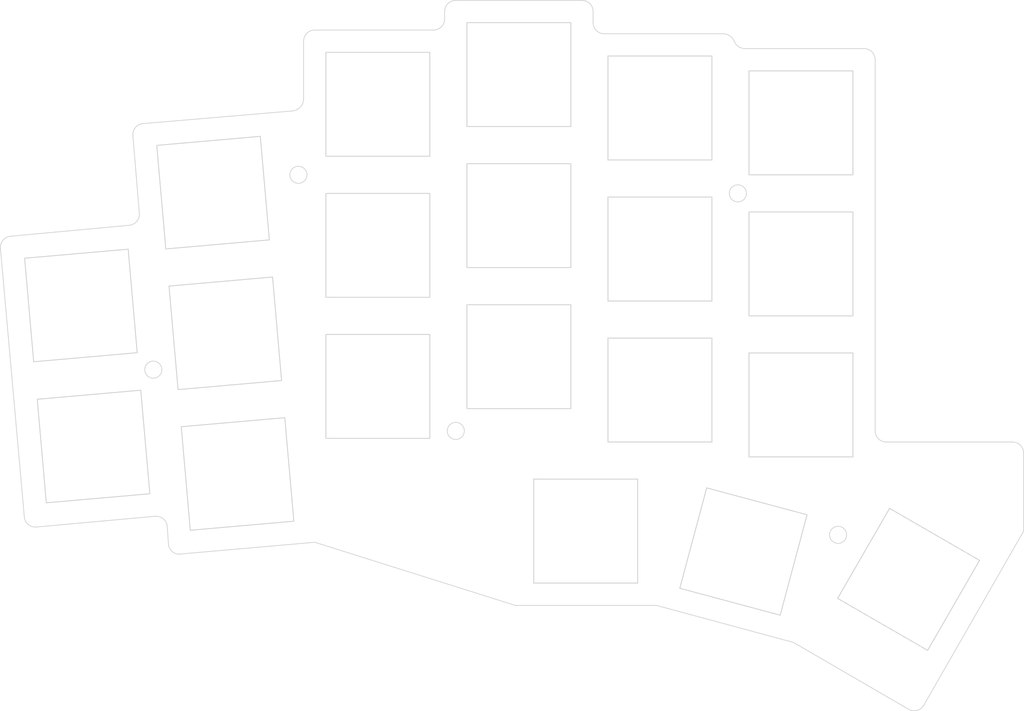
<source format=kicad_pcb>
(kicad_pcb (version 20211014) (generator pcbnew)
  (layers (0 "F.Cu" signal) (31 "B.Cu" signal) (34 "B.Paste" user) (35 "F.Paste" user) (36 "B.SilkS" user "B.Silkscreen") (37 "F.SilkS" user "F.Silkscreen") (38 "B.Mask" user) (39 "F.Mask" user) (44 "Edge.Cuts" user))
  (net 0 "")
  (footprint "kbd:SW_Hole" (layer "F.Cu") (at 168.5 61)
    (fp_text reference "SW5" hide)
    (fp_text value "SW_PUSH" hide)
    (fp_line (start 7 -7) (end -7 -7) (layer "Edge.Cuts") (width 0.12))
    (fp_line (start -7 7) (end 7 7) (layer "Edge.Cuts") (width 0.12))
    (fp_line (start 7 7) (end 7 -7) (layer "Edge.Cuts") (width 0.12))
    (fp_line (start -7 -7) (end -7 7) (layer "Edge.Cuts") (width 0.12))
  )
  (footprint "pica:thread_m2_hole" (layer "F.Cu") (at 160 70.5)
    (fp_text reference "H5" hide)
    (fp_text value "MountingHole" hide)
    (fp_circle (center 0 0) (end 1.15 0) (layer "Edge.Cuts") (width 0.1) (fill none))
  )
  (footprint "pica:thread_m2_hole" (layer "F.Cu") (at 100.8 68)
    (fp_text reference "H1" hide)
    (fp_text value "MountingHole" hide)
    (fp_circle (center 0 0) (end 1.15 0) (layer "Edge.Cuts") (width 0.1) (fill none))
  )
  (footprint "kbd:SW_Hole" (layer "F.Cu") (at 160.75 118.75 -15)
    (fp_text reference "SW19" hide)
    (fp_text value "SW_PUSH" hide)
    (fp_line (start -7 7) (end 7 7) (layer "Edge.Cuts") (width 0.12))
    (fp_line (start 7 -7) (end -7 -7) (layer "Edge.Cuts") (width 0.12))
    (fp_line (start 7 7) (end 7 -7) (layer "Edge.Cuts") (width 0.12))
    (fp_line (start -7 -7) (end -7 7) (layer "Edge.Cuts") (width 0.12))
  )
  (footprint "kbd:SW_Hole" (layer "F.Cu") (at 92.6 108.3 5)
    (fp_text reference "SW11" hide)
    (fp_text value "SW_PUSH" hide)
    (fp_line (start -7 -7) (end -7 7) (layer "Edge.Cuts") (width 0.12))
    (fp_line (start -7 7) (end 7 7) (layer "Edge.Cuts") (width 0.12))
    (fp_line (start 7 -7) (end -7 -7) (layer "Edge.Cuts") (width 0.12))
    (fp_line (start 7 7) (end 7 -7) (layer "Edge.Cuts") (width 0.12))
  )
  (footprint "kbd:SW_Hole" (layer "F.Cu") (at 89.3 70.4 5)
    (fp_text reference "SW1" hide)
    (fp_text value "SW_PUSH" hide)
    (fp_line (start -7 7) (end 7 7) (layer "Edge.Cuts") (width 0.12))
    (fp_line (start 7 7) (end 7 -7) (layer "Edge.Cuts") (width 0.12))
    (fp_line (start 7 -7) (end -7 -7) (layer "Edge.Cuts") (width 0.12))
    (fp_line (start -7 -7) (end -7 7) (layer "Edge.Cuts") (width 0.12))
  )
  (footprint "kbd:SW_Hole" (layer "F.Cu") (at 149.5 59)
    (fp_text reference "SW4" hide)
    (fp_text value "SW_PUSH" hide)
    (fp_line (start -7 -7) (end -7 7) (layer "Edge.Cuts") (width 0.12))
    (fp_line (start 7 -7) (end -7 -7) (layer "Edge.Cuts") (width 0.12))
    (fp_line (start -7 7) (end 7 7) (layer "Edge.Cuts") (width 0.12))
    (fp_line (start 7 7) (end 7 -7) (layer "Edge.Cuts") (width 0.12))
  )
  (footprint "pica:thread_m2_hole" (layer "F.Cu") (at 122 102.5)
    (fp_text reference "H4" hide)
    (fp_text value "MountingHole" hide)
    (fp_circle (center 0 0) (end 1.15 0) (layer "Edge.Cuts") (width 0.1) (fill none))
  )
  (footprint "kbd:SW_Hole" (layer "F.Cu") (at 130.5 54.5)
    (fp_text reference "SW3" hide)
    (fp_text value "SW_PUSH" hide)
    (fp_line (start 7 7) (end 7 -7) (layer "Edge.Cuts") (width 0.12))
    (fp_line (start -7 7) (end 7 7) (layer "Edge.Cuts") (width 0.12))
    (fp_line (start -7 -7) (end -7 7) (layer "Edge.Cuts") (width 0.12))
    (fp_line (start 7 -7) (end -7 -7) (layer "Edge.Cuts") (width 0.12))
  )
  (footprint "kbd:SW_Hole" (layer "F.Cu") (at 73.2 104.6 5)
    (fp_text reference "SW17" hide)
    (fp_text value "SW_PUSH" hide)
    (fp_line (start -7 -7) (end -7 7) (layer "Edge.Cuts") (width 0.12))
    (fp_line (start -7 7) (end 7 7) (layer "Edge.Cuts") (width 0.12))
    (fp_line (start 7 7) (end 7 -7) (layer "Edge.Cuts") (width 0.12))
    (fp_line (start 7 -7) (end -7 -7) (layer "Edge.Cuts") (width 0.12))
  )
  (footprint "pica:thread_m2_hole" (layer "F.Cu") (at 81.25 94.25 5)
    (fp_text reference "H3" hide)
    (fp_text value "MountingHole" hide)
    (fp_circle (center 0 0) (end 1.15 0) (layer "Edge.Cuts") (width 0.1) (fill none))
  )
  (footprint "kbd:SW_Hole" (layer "F.Cu") (at 130.5 73.5)
    (fp_text reference "SW8" hide)
    (fp_text value "SW_PUSH" hide)
    (fp_line (start -7 -7) (end -7 7) (layer "Edge.Cuts") (width 0.12))
    (fp_line (start -7 7) (end 7 7) (layer "Edge.Cuts") (width 0.12))
    (fp_line (start 7 -7) (end -7 -7) (layer "Edge.Cuts") (width 0.12))
    (fp_line (start 7 7) (end 7 -7) (layer "Edge.Cuts") (width 0.12))
  )
  (footprint "kbd:SW_Hole" (layer "F.Cu") (at 168.5 99)
    (fp_text reference "SW15" hide)
    (fp_text value "SW_PUSH" hide)
    (fp_line (start -7 7) (end 7 7) (layer "Edge.Cuts") (width 0.12))
    (fp_line (start -7 -7) (end -7 7) (layer "Edge.Cuts") (width 0.12))
    (fp_line (start 7 -7) (end -7 -7) (layer "Edge.Cuts") (width 0.12))
    (fp_line (start 7 7) (end 7 -7) (layer "Edge.Cuts") (width 0.12))
  )
  (footprint "kbd:SW_Hole" (layer "F.Cu") (at 130.5 92.5)
    (fp_text reference "SW13" hide)
    (fp_text value "SW_PUSH" hide)
    (fp_line (start -7 7) (end 7 7) (layer "Edge.Cuts") (width 0.12))
    (fp_line (start -7 -7) (end -7 7) (layer "Edge.Cuts") (width 0.12))
    (fp_line (start 7 7) (end 7 -7) (layer "Edge.Cuts") (width 0.12))
    (fp_line (start 7 -7) (end -7 -7) (layer "Edge.Cuts") (width 0.12))
  )
  (footprint "kbd:SW_Hole" (layer "F.Cu") (at 90.95 89.35 5)
    (fp_text reference "SW6" hide)
    (fp_text value "SW_PUSH" hide)
    (fp_line (start 7 -7) (end -7 -7) (layer "Edge.Cuts") (width 0.12))
    (fp_line (start 7 7) (end 7 -7) (layer "Edge.Cuts") (width 0.12))
    (fp_line (start -7 7) (end 7 7) (layer "Edge.Cuts") (width 0.12))
    (fp_line (start -7 -7) (end -7 7) (layer "Edge.Cuts") (width 0.12))
  )
  (footprint "kbd:SW_Hole" (layer "F.Cu") (at 71.5 85.6 5)
    (fp_text reference "SW16" hide)
    (fp_text value "SW_PUSH" hide)
    (fp_line (start -7 -7) (end -7 7) (layer "Edge.Cuts") (width 0.12))
    (fp_line (start 7 -7) (end -7 -7) (layer "Edge.Cuts") (width 0.12))
    (fp_line (start 7 7) (end 7 -7) (layer "Edge.Cuts") (width 0.12))
    (fp_line (start -7 7) (end 7 7) (layer "Edge.Cuts") (width 0.12))
  )
  (footprint "kbd:SW_Hole" (layer "F.Cu") (at 149.5 97)
    (fp_text reference "SW14" hide)
    (fp_text value "SW_PUSH" hide)
    (fp_line (start -7 7) (end 7 7) (layer "Edge.Cuts") (width 0.12))
    (fp_line (start 7 7) (end 7 -7) (layer "Edge.Cuts") (width 0.12))
    (fp_line (start -7 -7) (end -7 7) (layer "Edge.Cuts") (width 0.12))
    (fp_line (start 7 -7) (end -7 -7) (layer "Edge.Cuts") (width 0.12))
  )
  (footprint "kbd:SW_Hole" (layer "F.Cu") (at 149.5 78)
    (fp_text reference "SW9" hide)
    (fp_text value "SW_PUSH" hide)
    (fp_line (start 7 -7) (end -7 -7) (layer "Edge.Cuts") (width 0.12))
    (fp_line (start -7 7) (end 7 7) (layer "Edge.Cuts") (width 0.12))
    (fp_line (start -7 -7) (end -7 7) (layer "Edge.Cuts") (width 0.12))
    (fp_line (start 7 7) (end 7 -7) (layer "Edge.Cuts") (width 0.12))
  )
  (footprint "pica:thread_m2_hole" (layer "F.Cu") (at 173.5 116.5)
    (fp_text reference "H2" hide)
    (fp_text value "MountingHole" hide)
    (fp_circle (center 0 0) (end 1.15 0) (layer "Edge.Cuts") (width 0.1) (fill none))
  )
  (footprint "kbd:SW_Hole" (layer "F.Cu") (at 168.5 80)
    (fp_text reference "SW10" hide)
    (fp_text value "SW_PUSH" hide)
    (fp_line (start -7 -7) (end -7 7) (layer "Edge.Cuts") (width 0.12))
    (fp_line (start 7 7) (end 7 -7) (layer "Edge.Cuts") (width 0.12))
    (fp_line (start 7 -7) (end -7 -7) (layer "Edge.Cuts") (width 0.12))
    (fp_line (start -7 7) (end 7 7) (layer "Edge.Cuts") (width 0.12))
  )
  (footprint "kbd:SW_Hole" (layer "F.Cu") (at 183 122.5 60)
    (fp_text reference "SW20" hide)
    (fp_text value "SW_PUSH" hide)
    (fp_line (start -7 7) (end 7 7) (layer "Edge.Cuts") (width 0.12))
    (fp_line (start 7 7) (end 7 -7) (layer "Edge.Cuts") (width 0.12))
    (fp_line (start 7 -7) (end -7 -7) (layer "Edge.Cuts") (width 0.12))
    (fp_line (start -7 -7) (end -7 7) (layer "Edge.Cuts") (width 0.12))
  )
  (footprint "kbd:SW_Hole" (layer "F.Cu") (at 111.5 96.5)
    (fp_text reference "SW12" hide)
    (fp_text value "SW_PUSH" hide)
    (fp_line (start -7 7) (end 7 7) (layer "Edge.Cuts") (width 0.12))
    (fp_line (start 7 -7) (end -7 -7) (layer "Edge.Cuts") (width 0.12))
    (fp_line (start -7 -7) (end -7 7) (layer "Edge.Cuts") (width 0.12))
    (fp_line (start 7 7) (end 7 -7) (layer "Edge.Cuts") (width 0.12))
  )
  (footprint "kbd:SW_Hole" (layer "F.Cu") (at 111.5 58.5)
    (fp_text reference "SW2" hide)
    (fp_text value "SW_PUSH" hide)
    (fp_line (start 7 -7) (end -7 -7) (layer "Edge.Cuts") (width 0.12))
    (fp_line (start 7 7) (end 7 -7) (layer "Edge.Cuts") (width 0.12))
    (fp_line (start -7 7) (end 7 7) (layer "Edge.Cuts") (width 0.12))
    (fp_line (start -7 -7) (end -7 7) (layer "Edge.Cuts") (width 0.12))
  )
  (footprint "kbd:SW_Hole" (layer "F.Cu") (at 111.5 77.5)
    (fp_text reference "SW7" hide)
    (fp_text value "SW_PUSH" hide)
    (fp_line (start -7 -7) (end -7 7) (layer "Edge.Cuts") (width 0.12))
    (fp_line (start 7 7) (end 7 -7) (layer "Edge.Cuts") (width 0.12))
    (fp_line (start -7 7) (end 7 7) (layer "Edge.Cuts") (width 0.12))
    (fp_line (start 7 -7) (end -7 -7) (layer "Edge.Cuts") (width 0.12))
  )
  (footprint "kbd:SW_Hole" (layer "F.Cu") (at 139.5 116)
    (fp_text reference "SW18" hide)
    (fp_text value "SW_PUSH" hide)
    (fp_line (start 7 7) (end 7 -7) (layer "Edge.Cuts") (width 0.12))
    (fp_line (start 7 -7) (end -7 -7) (layer "Edge.Cuts") (width 0.12))
    (fp_line (start -7 -7) (end -7 7) (layer "Edge.Cuts") (width 0.12))
    (fp_line (start -7 7) (end 7 7) (layer "Edge.Cuts") (width 0.12))
  )
  (gr_line (start 103 48.5) (end 119 48.5) (layer "Edge.Cuts") (width 0.1))
  (gr_arc (start 180 104) (mid 178.93934 103.56066) (end 178.5 102.5) (layer "Edge.Cuts") (width 0.1))
  (gr_line (start 180 104) (end 197 104) (layer "Edge.Cuts") (width 0.1))
  (gr_arc (start 142 49) (mid 140.93934 48.56066) (end 140.5 47.5) (layer "Edge.Cuts") (width 0.1))
  (gr_arc (start 185.049038 139.450962) (mid 184.138233 140.149868) (end 183 140) (layer "Edge.Cuts") (width 0.1))
  (gr_arc (start 101.5 50) (mid 101.93934 48.93934) (end 103 48.5) (layer "Edge.Cuts") (width 0.1))
  (gr_line (start 83.125026 115.363557) (end 83.3 117.8) (layer "Edge.Cuts") (width 0.1))
  (gr_arc (start 60.654775 77.9) (mid 61.000013 76.805096) (end 62.018333 76.274974) (layer "Edge.Cuts") (width 0.1))
  (gr_line (start 78.5 62.724794) (end 79.370412 73.174352) (layer "Edge.Cuts") (width 0.1))
  (gr_arc (start 139 44.5) (mid 140.06066 44.93934) (end 140.5 46) (layer "Edge.Cuts") (width 0.1))
  (gr_arc (start 101.5 57.75) (mid 101.043319 58.890314) (end 99.925797 59.400232) (layer "Edge.Cuts") (width 0.1))
  (gr_arc (start 79.370412 73.174352) (mid 79.025181 74.269261) (end 78.006854 74.799377) (layer "Edge.Cuts") (width 0.1))
  (gr_arc (start 78.5 62.724794) (mid 78.845228 61.629882) (end 79.863558 61.099769) (layer "Edge.Cuts") (width 0.1))
  (gr_line (start 139 44.5) (end 122 44.5) (layer "Edge.Cuts") (width 0.1))
  (gr_arc (start 161 51) (mid 160.098612 50.727082) (end 159.5 50) (layer "Edge.Cuts") (width 0.1))
  (gr_line (start 183 140) (end 167.5 131) (layer "Edge.Cuts") (width 0.1))
  (gr_arc (start 177 51) (mid 178.06066 51.43934) (end 178.5 52.5) (layer "Edge.Cuts") (width 0.1))
  (gr_line (start 178.5 52.5) (end 178.5 102.5) (layer "Edge.Cuts") (width 0.1))
  (gr_line (start 149 126) (end 167.5 131) (layer "Edge.Cuts") (width 0.1))
  (gr_line (start 99.925797 59.400232) (end 79.863558 61.099769) (layer "Edge.Cuts") (width 0.1))
  (gr_arc (start 158 49) (mid 158.901388 49.272918) (end 159.5 50) (layer "Edge.Cuts") (width 0.1))
  (gr_line (start 101.5 50) (end 101.5 57.75) (layer "Edge.Cuts") (width 0.1))
  (gr_arc (start 197 104) (mid 198.06066 104.43934) (end 198.5 105.5) (layer "Edge.Cuts") (width 0.1))
  (gr_arc (start 65.5 115.445189) (mid 64.40507 115.099984) (end 63.874978 114.081632) (layer "Edge.Cuts") (width 0.1))
  (gr_arc (start 84.7 119.1) (mid 83.75732 118.711348) (end 83.3 117.8) (layer "Edge.Cuts") (width 0.1))
  (gr_line (start 140.5 47.5) (end 140.5 46) (layer "Edge.Cuts") (width 0.1))
  (gr_line (start 65.5 115.445189) (end 81.5 114) (layer "Edge.Cuts") (width 0.1))
  (gr_line (start 142 49) (end 158 49) (layer "Edge.Cuts") (width 0.1))
  (gr_line (start 185.049038 139.450962) (end 198.5 116) (layer "Edge.Cuts") (width 0.1))
  (gr_line (start 149 126) (end 130 126) (layer "Edge.Cuts") (width 0.1))
  (gr_arc (start 120.5 46) (mid 120.93934 44.93934) (end 122 44.5) (layer "Edge.Cuts") (width 0.1))
  (gr_line (start 84.7 119.1) (end 103 117.5) (layer "Edge.Cuts") (width 0.1))
  (gr_line (start 60.654775 77.9) (end 63.874978 114.081632) (layer "Edge.Cuts") (width 0.1))
  (gr_line (start 198.5 105.5) (end 198.5 116) (layer "Edge.Cuts") (width 0.1))
  (gr_line (start 78.006854 74.799377) (end 62.018333 76.274974) (layer "Edge.Cuts") (width 0.1))
  (gr_arc (start 81.5 114) (mid 82.594914 114.345225) (end 83.125026 115.363557) (layer "Edge.Cuts") (width 0.1))
  (gr_line (start 161 51) (end 177 51) (layer "Edge.Cuts") (width 0.1))
  (gr_line (start 103 117.5) (end 130 126) (layer "Edge.Cuts") (width 0.1))
  (gr_arc (start 120.5 47) (mid 120.06066 48.06066) (end 119 48.5) (layer "Edge.Cuts") (width 0.1))
  (gr_line (start 120.5 46) (end 120.5 47) (layer "Edge.Cuts") (width 0.1))
)
</source>
